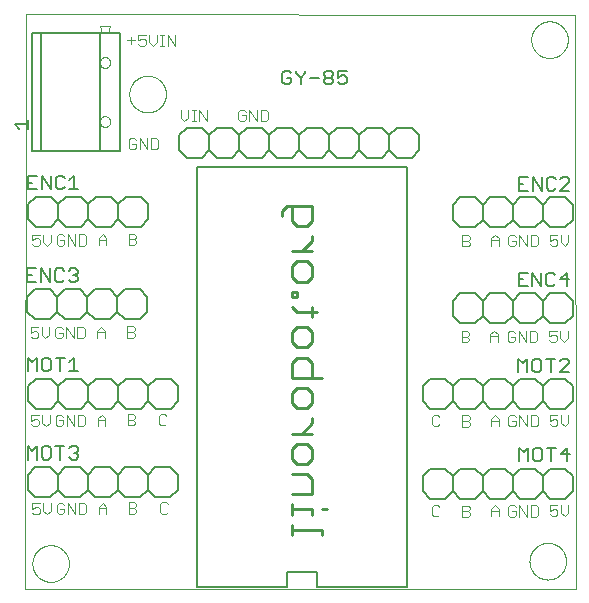
<source format=gto>
G75*
%MOIN*%
%OFA0B0*%
%FSLAX25Y25*%
%IPPOS*%
%LPD*%
%AMOC8*
5,1,8,0,0,1.08239X$1,22.5*
%
%ADD10C,0.00000*%
%ADD11C,0.00300*%
%ADD12C,0.00900*%
%ADD13C,0.00600*%
%ADD14C,0.00500*%
%ADD15C,0.00800*%
D10*
X0006767Y0002139D02*
X0006829Y0193509D01*
X0189917Y0193413D01*
X0190175Y0002107D01*
X0006767Y0002139D01*
X0009099Y0010474D02*
X0009101Y0010630D01*
X0009107Y0010786D01*
X0009117Y0010941D01*
X0009131Y0011096D01*
X0009149Y0011251D01*
X0009171Y0011405D01*
X0009196Y0011559D01*
X0009226Y0011712D01*
X0009260Y0011864D01*
X0009297Y0012016D01*
X0009338Y0012166D01*
X0009383Y0012315D01*
X0009432Y0012463D01*
X0009485Y0012610D01*
X0009541Y0012755D01*
X0009601Y0012899D01*
X0009665Y0013041D01*
X0009733Y0013182D01*
X0009804Y0013320D01*
X0009878Y0013457D01*
X0009956Y0013592D01*
X0010037Y0013725D01*
X0010122Y0013856D01*
X0010210Y0013985D01*
X0010301Y0014111D01*
X0010396Y0014235D01*
X0010493Y0014356D01*
X0010594Y0014475D01*
X0010698Y0014592D01*
X0010804Y0014705D01*
X0010914Y0014816D01*
X0011026Y0014924D01*
X0011141Y0015029D01*
X0011259Y0015132D01*
X0011379Y0015231D01*
X0011502Y0015327D01*
X0011627Y0015420D01*
X0011754Y0015509D01*
X0011884Y0015596D01*
X0012016Y0015679D01*
X0012150Y0015758D01*
X0012286Y0015835D01*
X0012424Y0015907D01*
X0012563Y0015977D01*
X0012705Y0016042D01*
X0012848Y0016104D01*
X0012992Y0016162D01*
X0013138Y0016217D01*
X0013286Y0016268D01*
X0013434Y0016315D01*
X0013584Y0016358D01*
X0013735Y0016397D01*
X0013887Y0016433D01*
X0014039Y0016464D01*
X0014193Y0016492D01*
X0014347Y0016516D01*
X0014501Y0016536D01*
X0014656Y0016552D01*
X0014812Y0016564D01*
X0014967Y0016572D01*
X0015123Y0016576D01*
X0015279Y0016576D01*
X0015435Y0016572D01*
X0015590Y0016564D01*
X0015746Y0016552D01*
X0015901Y0016536D01*
X0016055Y0016516D01*
X0016209Y0016492D01*
X0016363Y0016464D01*
X0016515Y0016433D01*
X0016667Y0016397D01*
X0016818Y0016358D01*
X0016968Y0016315D01*
X0017116Y0016268D01*
X0017264Y0016217D01*
X0017410Y0016162D01*
X0017554Y0016104D01*
X0017697Y0016042D01*
X0017839Y0015977D01*
X0017978Y0015907D01*
X0018116Y0015835D01*
X0018252Y0015758D01*
X0018386Y0015679D01*
X0018518Y0015596D01*
X0018648Y0015509D01*
X0018775Y0015420D01*
X0018900Y0015327D01*
X0019023Y0015231D01*
X0019143Y0015132D01*
X0019261Y0015029D01*
X0019376Y0014924D01*
X0019488Y0014816D01*
X0019598Y0014705D01*
X0019704Y0014592D01*
X0019808Y0014475D01*
X0019909Y0014356D01*
X0020006Y0014235D01*
X0020101Y0014111D01*
X0020192Y0013985D01*
X0020280Y0013856D01*
X0020365Y0013725D01*
X0020446Y0013592D01*
X0020524Y0013457D01*
X0020598Y0013320D01*
X0020669Y0013182D01*
X0020737Y0013041D01*
X0020801Y0012899D01*
X0020861Y0012755D01*
X0020917Y0012610D01*
X0020970Y0012463D01*
X0021019Y0012315D01*
X0021064Y0012166D01*
X0021105Y0012016D01*
X0021142Y0011864D01*
X0021176Y0011712D01*
X0021206Y0011559D01*
X0021231Y0011405D01*
X0021253Y0011251D01*
X0021271Y0011096D01*
X0021285Y0010941D01*
X0021295Y0010786D01*
X0021301Y0010630D01*
X0021303Y0010474D01*
X0021301Y0010318D01*
X0021295Y0010162D01*
X0021285Y0010007D01*
X0021271Y0009852D01*
X0021253Y0009697D01*
X0021231Y0009543D01*
X0021206Y0009389D01*
X0021176Y0009236D01*
X0021142Y0009084D01*
X0021105Y0008932D01*
X0021064Y0008782D01*
X0021019Y0008633D01*
X0020970Y0008485D01*
X0020917Y0008338D01*
X0020861Y0008193D01*
X0020801Y0008049D01*
X0020737Y0007907D01*
X0020669Y0007766D01*
X0020598Y0007628D01*
X0020524Y0007491D01*
X0020446Y0007356D01*
X0020365Y0007223D01*
X0020280Y0007092D01*
X0020192Y0006963D01*
X0020101Y0006837D01*
X0020006Y0006713D01*
X0019909Y0006592D01*
X0019808Y0006473D01*
X0019704Y0006356D01*
X0019598Y0006243D01*
X0019488Y0006132D01*
X0019376Y0006024D01*
X0019261Y0005919D01*
X0019143Y0005816D01*
X0019023Y0005717D01*
X0018900Y0005621D01*
X0018775Y0005528D01*
X0018648Y0005439D01*
X0018518Y0005352D01*
X0018386Y0005269D01*
X0018252Y0005190D01*
X0018116Y0005113D01*
X0017978Y0005041D01*
X0017839Y0004971D01*
X0017697Y0004906D01*
X0017554Y0004844D01*
X0017410Y0004786D01*
X0017264Y0004731D01*
X0017116Y0004680D01*
X0016968Y0004633D01*
X0016818Y0004590D01*
X0016667Y0004551D01*
X0016515Y0004515D01*
X0016363Y0004484D01*
X0016209Y0004456D01*
X0016055Y0004432D01*
X0015901Y0004412D01*
X0015746Y0004396D01*
X0015590Y0004384D01*
X0015435Y0004376D01*
X0015279Y0004372D01*
X0015123Y0004372D01*
X0014967Y0004376D01*
X0014812Y0004384D01*
X0014656Y0004396D01*
X0014501Y0004412D01*
X0014347Y0004432D01*
X0014193Y0004456D01*
X0014039Y0004484D01*
X0013887Y0004515D01*
X0013735Y0004551D01*
X0013584Y0004590D01*
X0013434Y0004633D01*
X0013286Y0004680D01*
X0013138Y0004731D01*
X0012992Y0004786D01*
X0012848Y0004844D01*
X0012705Y0004906D01*
X0012563Y0004971D01*
X0012424Y0005041D01*
X0012286Y0005113D01*
X0012150Y0005190D01*
X0012016Y0005269D01*
X0011884Y0005352D01*
X0011754Y0005439D01*
X0011627Y0005528D01*
X0011502Y0005621D01*
X0011379Y0005717D01*
X0011259Y0005816D01*
X0011141Y0005919D01*
X0011026Y0006024D01*
X0010914Y0006132D01*
X0010804Y0006243D01*
X0010698Y0006356D01*
X0010594Y0006473D01*
X0010493Y0006592D01*
X0010396Y0006713D01*
X0010301Y0006837D01*
X0010210Y0006963D01*
X0010122Y0007092D01*
X0010037Y0007223D01*
X0009956Y0007356D01*
X0009878Y0007491D01*
X0009804Y0007628D01*
X0009733Y0007766D01*
X0009665Y0007907D01*
X0009601Y0008049D01*
X0009541Y0008193D01*
X0009485Y0008338D01*
X0009432Y0008485D01*
X0009383Y0008633D01*
X0009338Y0008782D01*
X0009297Y0008932D01*
X0009260Y0009084D01*
X0009226Y0009236D01*
X0009196Y0009389D01*
X0009171Y0009543D01*
X0009149Y0009697D01*
X0009131Y0009852D01*
X0009117Y0010007D01*
X0009107Y0010162D01*
X0009101Y0010318D01*
X0009099Y0010474D01*
X0041414Y0166952D02*
X0041416Y0167108D01*
X0041422Y0167264D01*
X0041432Y0167419D01*
X0041446Y0167574D01*
X0041464Y0167729D01*
X0041486Y0167883D01*
X0041511Y0168037D01*
X0041541Y0168190D01*
X0041575Y0168342D01*
X0041612Y0168494D01*
X0041653Y0168644D01*
X0041698Y0168793D01*
X0041747Y0168941D01*
X0041800Y0169088D01*
X0041856Y0169233D01*
X0041916Y0169377D01*
X0041980Y0169519D01*
X0042048Y0169660D01*
X0042119Y0169798D01*
X0042193Y0169935D01*
X0042271Y0170070D01*
X0042352Y0170203D01*
X0042437Y0170334D01*
X0042525Y0170463D01*
X0042616Y0170589D01*
X0042711Y0170713D01*
X0042808Y0170834D01*
X0042909Y0170953D01*
X0043013Y0171070D01*
X0043119Y0171183D01*
X0043229Y0171294D01*
X0043341Y0171402D01*
X0043456Y0171507D01*
X0043574Y0171610D01*
X0043694Y0171709D01*
X0043817Y0171805D01*
X0043942Y0171898D01*
X0044069Y0171987D01*
X0044199Y0172074D01*
X0044331Y0172157D01*
X0044465Y0172236D01*
X0044601Y0172313D01*
X0044739Y0172385D01*
X0044878Y0172455D01*
X0045020Y0172520D01*
X0045163Y0172582D01*
X0045307Y0172640D01*
X0045453Y0172695D01*
X0045601Y0172746D01*
X0045749Y0172793D01*
X0045899Y0172836D01*
X0046050Y0172875D01*
X0046202Y0172911D01*
X0046354Y0172942D01*
X0046508Y0172970D01*
X0046662Y0172994D01*
X0046816Y0173014D01*
X0046971Y0173030D01*
X0047127Y0173042D01*
X0047282Y0173050D01*
X0047438Y0173054D01*
X0047594Y0173054D01*
X0047750Y0173050D01*
X0047905Y0173042D01*
X0048061Y0173030D01*
X0048216Y0173014D01*
X0048370Y0172994D01*
X0048524Y0172970D01*
X0048678Y0172942D01*
X0048830Y0172911D01*
X0048982Y0172875D01*
X0049133Y0172836D01*
X0049283Y0172793D01*
X0049431Y0172746D01*
X0049579Y0172695D01*
X0049725Y0172640D01*
X0049869Y0172582D01*
X0050012Y0172520D01*
X0050154Y0172455D01*
X0050293Y0172385D01*
X0050431Y0172313D01*
X0050567Y0172236D01*
X0050701Y0172157D01*
X0050833Y0172074D01*
X0050963Y0171987D01*
X0051090Y0171898D01*
X0051215Y0171805D01*
X0051338Y0171709D01*
X0051458Y0171610D01*
X0051576Y0171507D01*
X0051691Y0171402D01*
X0051803Y0171294D01*
X0051913Y0171183D01*
X0052019Y0171070D01*
X0052123Y0170953D01*
X0052224Y0170834D01*
X0052321Y0170713D01*
X0052416Y0170589D01*
X0052507Y0170463D01*
X0052595Y0170334D01*
X0052680Y0170203D01*
X0052761Y0170070D01*
X0052839Y0169935D01*
X0052913Y0169798D01*
X0052984Y0169660D01*
X0053052Y0169519D01*
X0053116Y0169377D01*
X0053176Y0169233D01*
X0053232Y0169088D01*
X0053285Y0168941D01*
X0053334Y0168793D01*
X0053379Y0168644D01*
X0053420Y0168494D01*
X0053457Y0168342D01*
X0053491Y0168190D01*
X0053521Y0168037D01*
X0053546Y0167883D01*
X0053568Y0167729D01*
X0053586Y0167574D01*
X0053600Y0167419D01*
X0053610Y0167264D01*
X0053616Y0167108D01*
X0053618Y0166952D01*
X0053616Y0166796D01*
X0053610Y0166640D01*
X0053600Y0166485D01*
X0053586Y0166330D01*
X0053568Y0166175D01*
X0053546Y0166021D01*
X0053521Y0165867D01*
X0053491Y0165714D01*
X0053457Y0165562D01*
X0053420Y0165410D01*
X0053379Y0165260D01*
X0053334Y0165111D01*
X0053285Y0164963D01*
X0053232Y0164816D01*
X0053176Y0164671D01*
X0053116Y0164527D01*
X0053052Y0164385D01*
X0052984Y0164244D01*
X0052913Y0164106D01*
X0052839Y0163969D01*
X0052761Y0163834D01*
X0052680Y0163701D01*
X0052595Y0163570D01*
X0052507Y0163441D01*
X0052416Y0163315D01*
X0052321Y0163191D01*
X0052224Y0163070D01*
X0052123Y0162951D01*
X0052019Y0162834D01*
X0051913Y0162721D01*
X0051803Y0162610D01*
X0051691Y0162502D01*
X0051576Y0162397D01*
X0051458Y0162294D01*
X0051338Y0162195D01*
X0051215Y0162099D01*
X0051090Y0162006D01*
X0050963Y0161917D01*
X0050833Y0161830D01*
X0050701Y0161747D01*
X0050567Y0161668D01*
X0050431Y0161591D01*
X0050293Y0161519D01*
X0050154Y0161449D01*
X0050012Y0161384D01*
X0049869Y0161322D01*
X0049725Y0161264D01*
X0049579Y0161209D01*
X0049431Y0161158D01*
X0049283Y0161111D01*
X0049133Y0161068D01*
X0048982Y0161029D01*
X0048830Y0160993D01*
X0048678Y0160962D01*
X0048524Y0160934D01*
X0048370Y0160910D01*
X0048216Y0160890D01*
X0048061Y0160874D01*
X0047905Y0160862D01*
X0047750Y0160854D01*
X0047594Y0160850D01*
X0047438Y0160850D01*
X0047282Y0160854D01*
X0047127Y0160862D01*
X0046971Y0160874D01*
X0046816Y0160890D01*
X0046662Y0160910D01*
X0046508Y0160934D01*
X0046354Y0160962D01*
X0046202Y0160993D01*
X0046050Y0161029D01*
X0045899Y0161068D01*
X0045749Y0161111D01*
X0045601Y0161158D01*
X0045453Y0161209D01*
X0045307Y0161264D01*
X0045163Y0161322D01*
X0045020Y0161384D01*
X0044878Y0161449D01*
X0044739Y0161519D01*
X0044601Y0161591D01*
X0044465Y0161668D01*
X0044331Y0161747D01*
X0044199Y0161830D01*
X0044069Y0161917D01*
X0043942Y0162006D01*
X0043817Y0162099D01*
X0043694Y0162195D01*
X0043574Y0162294D01*
X0043456Y0162397D01*
X0043341Y0162502D01*
X0043229Y0162610D01*
X0043119Y0162721D01*
X0043013Y0162834D01*
X0042909Y0162951D01*
X0042808Y0163070D01*
X0042711Y0163191D01*
X0042616Y0163315D01*
X0042525Y0163441D01*
X0042437Y0163570D01*
X0042352Y0163701D01*
X0042271Y0163834D01*
X0042193Y0163969D01*
X0042119Y0164106D01*
X0042048Y0164244D01*
X0041980Y0164385D01*
X0041916Y0164527D01*
X0041856Y0164671D01*
X0041800Y0164816D01*
X0041747Y0164963D01*
X0041698Y0165111D01*
X0041653Y0165260D01*
X0041612Y0165410D01*
X0041575Y0165562D01*
X0041541Y0165714D01*
X0041511Y0165867D01*
X0041486Y0166021D01*
X0041464Y0166175D01*
X0041446Y0166330D01*
X0041432Y0166485D01*
X0041422Y0166640D01*
X0041416Y0166796D01*
X0041414Y0166952D01*
X0175386Y0185093D02*
X0175388Y0185249D01*
X0175394Y0185405D01*
X0175404Y0185560D01*
X0175418Y0185715D01*
X0175436Y0185870D01*
X0175458Y0186024D01*
X0175483Y0186178D01*
X0175513Y0186331D01*
X0175547Y0186483D01*
X0175584Y0186635D01*
X0175625Y0186785D01*
X0175670Y0186934D01*
X0175719Y0187082D01*
X0175772Y0187229D01*
X0175828Y0187374D01*
X0175888Y0187518D01*
X0175952Y0187660D01*
X0176020Y0187801D01*
X0176091Y0187939D01*
X0176165Y0188076D01*
X0176243Y0188211D01*
X0176324Y0188344D01*
X0176409Y0188475D01*
X0176497Y0188604D01*
X0176588Y0188730D01*
X0176683Y0188854D01*
X0176780Y0188975D01*
X0176881Y0189094D01*
X0176985Y0189211D01*
X0177091Y0189324D01*
X0177201Y0189435D01*
X0177313Y0189543D01*
X0177428Y0189648D01*
X0177546Y0189751D01*
X0177666Y0189850D01*
X0177789Y0189946D01*
X0177914Y0190039D01*
X0178041Y0190128D01*
X0178171Y0190215D01*
X0178303Y0190298D01*
X0178437Y0190377D01*
X0178573Y0190454D01*
X0178711Y0190526D01*
X0178850Y0190596D01*
X0178992Y0190661D01*
X0179135Y0190723D01*
X0179279Y0190781D01*
X0179425Y0190836D01*
X0179573Y0190887D01*
X0179721Y0190934D01*
X0179871Y0190977D01*
X0180022Y0191016D01*
X0180174Y0191052D01*
X0180326Y0191083D01*
X0180480Y0191111D01*
X0180634Y0191135D01*
X0180788Y0191155D01*
X0180943Y0191171D01*
X0181099Y0191183D01*
X0181254Y0191191D01*
X0181410Y0191195D01*
X0181566Y0191195D01*
X0181722Y0191191D01*
X0181877Y0191183D01*
X0182033Y0191171D01*
X0182188Y0191155D01*
X0182342Y0191135D01*
X0182496Y0191111D01*
X0182650Y0191083D01*
X0182802Y0191052D01*
X0182954Y0191016D01*
X0183105Y0190977D01*
X0183255Y0190934D01*
X0183403Y0190887D01*
X0183551Y0190836D01*
X0183697Y0190781D01*
X0183841Y0190723D01*
X0183984Y0190661D01*
X0184126Y0190596D01*
X0184265Y0190526D01*
X0184403Y0190454D01*
X0184539Y0190377D01*
X0184673Y0190298D01*
X0184805Y0190215D01*
X0184935Y0190128D01*
X0185062Y0190039D01*
X0185187Y0189946D01*
X0185310Y0189850D01*
X0185430Y0189751D01*
X0185548Y0189648D01*
X0185663Y0189543D01*
X0185775Y0189435D01*
X0185885Y0189324D01*
X0185991Y0189211D01*
X0186095Y0189094D01*
X0186196Y0188975D01*
X0186293Y0188854D01*
X0186388Y0188730D01*
X0186479Y0188604D01*
X0186567Y0188475D01*
X0186652Y0188344D01*
X0186733Y0188211D01*
X0186811Y0188076D01*
X0186885Y0187939D01*
X0186956Y0187801D01*
X0187024Y0187660D01*
X0187088Y0187518D01*
X0187148Y0187374D01*
X0187204Y0187229D01*
X0187257Y0187082D01*
X0187306Y0186934D01*
X0187351Y0186785D01*
X0187392Y0186635D01*
X0187429Y0186483D01*
X0187463Y0186331D01*
X0187493Y0186178D01*
X0187518Y0186024D01*
X0187540Y0185870D01*
X0187558Y0185715D01*
X0187572Y0185560D01*
X0187582Y0185405D01*
X0187588Y0185249D01*
X0187590Y0185093D01*
X0187588Y0184937D01*
X0187582Y0184781D01*
X0187572Y0184626D01*
X0187558Y0184471D01*
X0187540Y0184316D01*
X0187518Y0184162D01*
X0187493Y0184008D01*
X0187463Y0183855D01*
X0187429Y0183703D01*
X0187392Y0183551D01*
X0187351Y0183401D01*
X0187306Y0183252D01*
X0187257Y0183104D01*
X0187204Y0182957D01*
X0187148Y0182812D01*
X0187088Y0182668D01*
X0187024Y0182526D01*
X0186956Y0182385D01*
X0186885Y0182247D01*
X0186811Y0182110D01*
X0186733Y0181975D01*
X0186652Y0181842D01*
X0186567Y0181711D01*
X0186479Y0181582D01*
X0186388Y0181456D01*
X0186293Y0181332D01*
X0186196Y0181211D01*
X0186095Y0181092D01*
X0185991Y0180975D01*
X0185885Y0180862D01*
X0185775Y0180751D01*
X0185663Y0180643D01*
X0185548Y0180538D01*
X0185430Y0180435D01*
X0185310Y0180336D01*
X0185187Y0180240D01*
X0185062Y0180147D01*
X0184935Y0180058D01*
X0184805Y0179971D01*
X0184673Y0179888D01*
X0184539Y0179809D01*
X0184403Y0179732D01*
X0184265Y0179660D01*
X0184126Y0179590D01*
X0183984Y0179525D01*
X0183841Y0179463D01*
X0183697Y0179405D01*
X0183551Y0179350D01*
X0183403Y0179299D01*
X0183255Y0179252D01*
X0183105Y0179209D01*
X0182954Y0179170D01*
X0182802Y0179134D01*
X0182650Y0179103D01*
X0182496Y0179075D01*
X0182342Y0179051D01*
X0182188Y0179031D01*
X0182033Y0179015D01*
X0181877Y0179003D01*
X0181722Y0178995D01*
X0181566Y0178991D01*
X0181410Y0178991D01*
X0181254Y0178995D01*
X0181099Y0179003D01*
X0180943Y0179015D01*
X0180788Y0179031D01*
X0180634Y0179051D01*
X0180480Y0179075D01*
X0180326Y0179103D01*
X0180174Y0179134D01*
X0180022Y0179170D01*
X0179871Y0179209D01*
X0179721Y0179252D01*
X0179573Y0179299D01*
X0179425Y0179350D01*
X0179279Y0179405D01*
X0179135Y0179463D01*
X0178992Y0179525D01*
X0178850Y0179590D01*
X0178711Y0179660D01*
X0178573Y0179732D01*
X0178437Y0179809D01*
X0178303Y0179888D01*
X0178171Y0179971D01*
X0178041Y0180058D01*
X0177914Y0180147D01*
X0177789Y0180240D01*
X0177666Y0180336D01*
X0177546Y0180435D01*
X0177428Y0180538D01*
X0177313Y0180643D01*
X0177201Y0180751D01*
X0177091Y0180862D01*
X0176985Y0180975D01*
X0176881Y0181092D01*
X0176780Y0181211D01*
X0176683Y0181332D01*
X0176588Y0181456D01*
X0176497Y0181582D01*
X0176409Y0181711D01*
X0176324Y0181842D01*
X0176243Y0181975D01*
X0176165Y0182110D01*
X0176091Y0182247D01*
X0176020Y0182385D01*
X0175952Y0182526D01*
X0175888Y0182668D01*
X0175828Y0182812D01*
X0175772Y0182957D01*
X0175719Y0183104D01*
X0175670Y0183252D01*
X0175625Y0183401D01*
X0175584Y0183551D01*
X0175547Y0183703D01*
X0175513Y0183855D01*
X0175483Y0184008D01*
X0175458Y0184162D01*
X0175436Y0184316D01*
X0175418Y0184471D01*
X0175404Y0184626D01*
X0175394Y0184781D01*
X0175388Y0184937D01*
X0175386Y0185093D01*
X0174808Y0011246D02*
X0174810Y0011402D01*
X0174816Y0011558D01*
X0174826Y0011713D01*
X0174840Y0011868D01*
X0174858Y0012023D01*
X0174880Y0012177D01*
X0174905Y0012331D01*
X0174935Y0012484D01*
X0174969Y0012636D01*
X0175006Y0012788D01*
X0175047Y0012938D01*
X0175092Y0013087D01*
X0175141Y0013235D01*
X0175194Y0013382D01*
X0175250Y0013527D01*
X0175310Y0013671D01*
X0175374Y0013813D01*
X0175442Y0013954D01*
X0175513Y0014092D01*
X0175587Y0014229D01*
X0175665Y0014364D01*
X0175746Y0014497D01*
X0175831Y0014628D01*
X0175919Y0014757D01*
X0176010Y0014883D01*
X0176105Y0015007D01*
X0176202Y0015128D01*
X0176303Y0015247D01*
X0176407Y0015364D01*
X0176513Y0015477D01*
X0176623Y0015588D01*
X0176735Y0015696D01*
X0176850Y0015801D01*
X0176968Y0015904D01*
X0177088Y0016003D01*
X0177211Y0016099D01*
X0177336Y0016192D01*
X0177463Y0016281D01*
X0177593Y0016368D01*
X0177725Y0016451D01*
X0177859Y0016530D01*
X0177995Y0016607D01*
X0178133Y0016679D01*
X0178272Y0016749D01*
X0178414Y0016814D01*
X0178557Y0016876D01*
X0178701Y0016934D01*
X0178847Y0016989D01*
X0178995Y0017040D01*
X0179143Y0017087D01*
X0179293Y0017130D01*
X0179444Y0017169D01*
X0179596Y0017205D01*
X0179748Y0017236D01*
X0179902Y0017264D01*
X0180056Y0017288D01*
X0180210Y0017308D01*
X0180365Y0017324D01*
X0180521Y0017336D01*
X0180676Y0017344D01*
X0180832Y0017348D01*
X0180988Y0017348D01*
X0181144Y0017344D01*
X0181299Y0017336D01*
X0181455Y0017324D01*
X0181610Y0017308D01*
X0181764Y0017288D01*
X0181918Y0017264D01*
X0182072Y0017236D01*
X0182224Y0017205D01*
X0182376Y0017169D01*
X0182527Y0017130D01*
X0182677Y0017087D01*
X0182825Y0017040D01*
X0182973Y0016989D01*
X0183119Y0016934D01*
X0183263Y0016876D01*
X0183406Y0016814D01*
X0183548Y0016749D01*
X0183687Y0016679D01*
X0183825Y0016607D01*
X0183961Y0016530D01*
X0184095Y0016451D01*
X0184227Y0016368D01*
X0184357Y0016281D01*
X0184484Y0016192D01*
X0184609Y0016099D01*
X0184732Y0016003D01*
X0184852Y0015904D01*
X0184970Y0015801D01*
X0185085Y0015696D01*
X0185197Y0015588D01*
X0185307Y0015477D01*
X0185413Y0015364D01*
X0185517Y0015247D01*
X0185618Y0015128D01*
X0185715Y0015007D01*
X0185810Y0014883D01*
X0185901Y0014757D01*
X0185989Y0014628D01*
X0186074Y0014497D01*
X0186155Y0014364D01*
X0186233Y0014229D01*
X0186307Y0014092D01*
X0186378Y0013954D01*
X0186446Y0013813D01*
X0186510Y0013671D01*
X0186570Y0013527D01*
X0186626Y0013382D01*
X0186679Y0013235D01*
X0186728Y0013087D01*
X0186773Y0012938D01*
X0186814Y0012788D01*
X0186851Y0012636D01*
X0186885Y0012484D01*
X0186915Y0012331D01*
X0186940Y0012177D01*
X0186962Y0012023D01*
X0186980Y0011868D01*
X0186994Y0011713D01*
X0187004Y0011558D01*
X0187010Y0011402D01*
X0187012Y0011246D01*
X0187010Y0011090D01*
X0187004Y0010934D01*
X0186994Y0010779D01*
X0186980Y0010624D01*
X0186962Y0010469D01*
X0186940Y0010315D01*
X0186915Y0010161D01*
X0186885Y0010008D01*
X0186851Y0009856D01*
X0186814Y0009704D01*
X0186773Y0009554D01*
X0186728Y0009405D01*
X0186679Y0009257D01*
X0186626Y0009110D01*
X0186570Y0008965D01*
X0186510Y0008821D01*
X0186446Y0008679D01*
X0186378Y0008538D01*
X0186307Y0008400D01*
X0186233Y0008263D01*
X0186155Y0008128D01*
X0186074Y0007995D01*
X0185989Y0007864D01*
X0185901Y0007735D01*
X0185810Y0007609D01*
X0185715Y0007485D01*
X0185618Y0007364D01*
X0185517Y0007245D01*
X0185413Y0007128D01*
X0185307Y0007015D01*
X0185197Y0006904D01*
X0185085Y0006796D01*
X0184970Y0006691D01*
X0184852Y0006588D01*
X0184732Y0006489D01*
X0184609Y0006393D01*
X0184484Y0006300D01*
X0184357Y0006211D01*
X0184227Y0006124D01*
X0184095Y0006041D01*
X0183961Y0005962D01*
X0183825Y0005885D01*
X0183687Y0005813D01*
X0183548Y0005743D01*
X0183406Y0005678D01*
X0183263Y0005616D01*
X0183119Y0005558D01*
X0182973Y0005503D01*
X0182825Y0005452D01*
X0182677Y0005405D01*
X0182527Y0005362D01*
X0182376Y0005323D01*
X0182224Y0005287D01*
X0182072Y0005256D01*
X0181918Y0005228D01*
X0181764Y0005204D01*
X0181610Y0005184D01*
X0181455Y0005168D01*
X0181299Y0005156D01*
X0181144Y0005148D01*
X0180988Y0005144D01*
X0180832Y0005144D01*
X0180676Y0005148D01*
X0180521Y0005156D01*
X0180365Y0005168D01*
X0180210Y0005184D01*
X0180056Y0005204D01*
X0179902Y0005228D01*
X0179748Y0005256D01*
X0179596Y0005287D01*
X0179444Y0005323D01*
X0179293Y0005362D01*
X0179143Y0005405D01*
X0178995Y0005452D01*
X0178847Y0005503D01*
X0178701Y0005558D01*
X0178557Y0005616D01*
X0178414Y0005678D01*
X0178272Y0005743D01*
X0178133Y0005813D01*
X0177995Y0005885D01*
X0177859Y0005962D01*
X0177725Y0006041D01*
X0177593Y0006124D01*
X0177463Y0006211D01*
X0177336Y0006300D01*
X0177211Y0006393D01*
X0177088Y0006489D01*
X0176968Y0006588D01*
X0176850Y0006691D01*
X0176735Y0006796D01*
X0176623Y0006904D01*
X0176513Y0007015D01*
X0176407Y0007128D01*
X0176303Y0007245D01*
X0176202Y0007364D01*
X0176105Y0007485D01*
X0176010Y0007609D01*
X0175919Y0007735D01*
X0175831Y0007864D01*
X0175746Y0007995D01*
X0175665Y0008128D01*
X0175587Y0008263D01*
X0175513Y0008400D01*
X0175442Y0008538D01*
X0175374Y0008679D01*
X0175310Y0008821D01*
X0175250Y0008965D01*
X0175194Y0009110D01*
X0175141Y0009257D01*
X0175092Y0009405D01*
X0175047Y0009554D01*
X0175006Y0009704D01*
X0174969Y0009856D01*
X0174935Y0010008D01*
X0174905Y0010161D01*
X0174880Y0010315D01*
X0174858Y0010469D01*
X0174840Y0010624D01*
X0174826Y0010779D01*
X0174816Y0010934D01*
X0174810Y0011090D01*
X0174808Y0011246D01*
D11*
X0175154Y0026150D02*
X0177006Y0026150D01*
X0177623Y0026767D01*
X0177623Y0029236D01*
X0177006Y0029853D01*
X0175154Y0029853D01*
X0175154Y0026150D01*
X0173940Y0026150D02*
X0173940Y0029853D01*
X0171471Y0029853D02*
X0173940Y0026150D01*
X0171471Y0026150D02*
X0171471Y0029853D01*
X0170257Y0029236D02*
X0169640Y0029853D01*
X0168405Y0029853D01*
X0167788Y0029236D01*
X0167788Y0026767D01*
X0168405Y0026150D01*
X0169640Y0026150D01*
X0170257Y0026767D01*
X0170257Y0028001D01*
X0169022Y0028001D01*
X0164495Y0028120D02*
X0162026Y0028120D01*
X0162026Y0028737D02*
X0163260Y0029971D01*
X0164495Y0028737D01*
X0164495Y0026268D01*
X0162026Y0026268D02*
X0162026Y0028737D01*
X0154932Y0028582D02*
X0154315Y0027964D01*
X0152463Y0027964D01*
X0152463Y0026113D02*
X0154315Y0026113D01*
X0154932Y0026730D01*
X0154932Y0027347D01*
X0154315Y0027964D01*
X0154932Y0028582D02*
X0154932Y0029199D01*
X0154315Y0029816D01*
X0152463Y0029816D01*
X0152463Y0026113D01*
X0144765Y0026806D02*
X0144148Y0026189D01*
X0142914Y0026189D01*
X0142297Y0026806D01*
X0142297Y0029275D01*
X0142914Y0029892D01*
X0144148Y0029892D01*
X0144765Y0029275D01*
X0144148Y0056217D02*
X0144765Y0056834D01*
X0144148Y0056217D02*
X0142914Y0056217D01*
X0142297Y0056834D01*
X0142297Y0059303D01*
X0142914Y0059920D01*
X0144148Y0059920D01*
X0144765Y0059303D01*
X0152463Y0059844D02*
X0152463Y0056140D01*
X0154315Y0056140D01*
X0154932Y0056758D01*
X0154932Y0057375D01*
X0154315Y0057992D01*
X0152463Y0057992D01*
X0152463Y0059844D02*
X0154315Y0059844D01*
X0154932Y0059226D01*
X0154932Y0058609D01*
X0154315Y0057992D01*
X0162026Y0058147D02*
X0164495Y0058147D01*
X0164495Y0058765D02*
X0163260Y0059999D01*
X0162026Y0058765D01*
X0162026Y0056296D01*
X0164495Y0056296D02*
X0164495Y0058765D01*
X0167788Y0059263D02*
X0167788Y0056795D01*
X0168405Y0056177D01*
X0169640Y0056177D01*
X0170257Y0056795D01*
X0170257Y0058029D01*
X0169022Y0058029D01*
X0167788Y0059263D02*
X0168405Y0059880D01*
X0169640Y0059880D01*
X0170257Y0059263D01*
X0171471Y0059880D02*
X0173940Y0056177D01*
X0173940Y0059880D01*
X0175154Y0059880D02*
X0177006Y0059880D01*
X0177623Y0059263D01*
X0177623Y0056795D01*
X0177006Y0056177D01*
X0175154Y0056177D01*
X0175154Y0059880D01*
X0171471Y0059880D02*
X0171471Y0056177D01*
X0181640Y0056859D02*
X0182257Y0056242D01*
X0183491Y0056242D01*
X0184108Y0056859D01*
X0184108Y0058093D01*
X0183491Y0058710D01*
X0182874Y0058710D01*
X0181640Y0058093D01*
X0181640Y0059945D01*
X0184108Y0059945D01*
X0185323Y0059945D02*
X0185323Y0057476D01*
X0186557Y0056242D01*
X0187792Y0057476D01*
X0187792Y0059945D01*
X0186279Y0084323D02*
X0187514Y0085557D01*
X0187514Y0088026D01*
X0185045Y0088026D02*
X0185045Y0085557D01*
X0186279Y0084323D01*
X0183831Y0084940D02*
X0183831Y0086175D01*
X0183213Y0086792D01*
X0182596Y0086792D01*
X0181362Y0086175D01*
X0181362Y0088026D01*
X0183831Y0088026D01*
X0183831Y0084940D02*
X0183213Y0084323D01*
X0181979Y0084323D01*
X0181362Y0084940D01*
X0177345Y0084876D02*
X0177345Y0087345D01*
X0176728Y0087962D01*
X0174876Y0087962D01*
X0174876Y0084259D01*
X0176728Y0084259D01*
X0177345Y0084876D01*
X0173662Y0084259D02*
X0173662Y0087962D01*
X0171193Y0087962D02*
X0171193Y0084259D01*
X0169979Y0084876D02*
X0169979Y0086110D01*
X0168745Y0086110D01*
X0169979Y0084876D02*
X0169362Y0084259D01*
X0168127Y0084259D01*
X0167510Y0084876D01*
X0167510Y0087345D01*
X0168127Y0087962D01*
X0169362Y0087962D01*
X0169979Y0087345D01*
X0171193Y0087962D02*
X0173662Y0084259D01*
X0164217Y0084377D02*
X0164217Y0086846D01*
X0162982Y0088080D01*
X0161748Y0086846D01*
X0161748Y0084377D01*
X0161748Y0086229D02*
X0164217Y0086229D01*
X0154654Y0086691D02*
X0154037Y0086073D01*
X0152186Y0086073D01*
X0154037Y0086073D02*
X0154654Y0085456D01*
X0154654Y0084839D01*
X0154037Y0084222D01*
X0152186Y0084222D01*
X0152186Y0087925D01*
X0154037Y0087925D01*
X0154654Y0087308D01*
X0154654Y0086691D01*
X0154315Y0116196D02*
X0152463Y0116196D01*
X0152463Y0119899D01*
X0154315Y0119899D01*
X0154932Y0119282D01*
X0154932Y0118664D01*
X0154315Y0118047D01*
X0152463Y0118047D01*
X0154315Y0118047D02*
X0154932Y0117430D01*
X0154932Y0116813D01*
X0154315Y0116196D01*
X0162026Y0116351D02*
X0162026Y0118820D01*
X0163260Y0120054D01*
X0164495Y0118820D01*
X0164495Y0116351D01*
X0164495Y0118203D02*
X0162026Y0118203D01*
X0167788Y0119318D02*
X0167788Y0116850D01*
X0168405Y0116233D01*
X0169640Y0116233D01*
X0170257Y0116850D01*
X0170257Y0118084D01*
X0169022Y0118084D01*
X0167788Y0119318D02*
X0168405Y0119936D01*
X0169640Y0119936D01*
X0170257Y0119318D01*
X0171471Y0119936D02*
X0173940Y0116233D01*
X0173940Y0119936D01*
X0175154Y0119936D02*
X0177006Y0119936D01*
X0177623Y0119318D01*
X0177623Y0116850D01*
X0177006Y0116233D01*
X0175154Y0116233D01*
X0175154Y0119936D01*
X0171471Y0119936D02*
X0171471Y0116233D01*
X0181640Y0116914D02*
X0182257Y0116297D01*
X0183491Y0116297D01*
X0184108Y0116914D01*
X0184108Y0118148D01*
X0183491Y0118766D01*
X0182874Y0118766D01*
X0181640Y0118148D01*
X0181640Y0120000D01*
X0184108Y0120000D01*
X0185323Y0120000D02*
X0185323Y0117531D01*
X0186557Y0116297D01*
X0187792Y0117531D01*
X0187792Y0120000D01*
X0187792Y0029917D02*
X0187792Y0027448D01*
X0186557Y0026214D01*
X0185323Y0027448D01*
X0185323Y0029917D01*
X0184108Y0029917D02*
X0181640Y0029917D01*
X0181640Y0028066D01*
X0182874Y0028683D01*
X0183491Y0028683D01*
X0184108Y0028066D01*
X0184108Y0026831D01*
X0183491Y0026214D01*
X0182257Y0026214D01*
X0181640Y0026831D01*
X0054162Y0027745D02*
X0053545Y0027128D01*
X0052310Y0027128D01*
X0051693Y0027745D01*
X0051693Y0030214D01*
X0052310Y0030831D01*
X0053545Y0030831D01*
X0054162Y0030214D01*
X0043745Y0030214D02*
X0043745Y0029597D01*
X0043128Y0028980D01*
X0041277Y0028980D01*
X0043128Y0028980D02*
X0043745Y0028363D01*
X0043745Y0027745D01*
X0043128Y0027128D01*
X0041277Y0027128D01*
X0041277Y0030831D01*
X0043128Y0030831D01*
X0043745Y0030214D01*
X0033782Y0029446D02*
X0033782Y0026977D01*
X0033782Y0028829D02*
X0031313Y0028829D01*
X0031313Y0029446D02*
X0031313Y0026977D01*
X0031313Y0029446D02*
X0032548Y0030680D01*
X0033782Y0029446D01*
X0027078Y0030033D02*
X0027078Y0027564D01*
X0026461Y0026947D01*
X0024609Y0026947D01*
X0024609Y0030650D01*
X0026461Y0030650D01*
X0027078Y0030033D01*
X0023395Y0030650D02*
X0023395Y0026947D01*
X0020926Y0030650D01*
X0020926Y0026947D01*
X0019712Y0027564D02*
X0019712Y0028798D01*
X0018477Y0028798D01*
X0017243Y0030033D02*
X0017243Y0027564D01*
X0017860Y0026947D01*
X0019095Y0026947D01*
X0019712Y0027564D01*
X0019712Y0030033D02*
X0019095Y0030650D01*
X0017860Y0030650D01*
X0017243Y0030033D01*
X0015265Y0030570D02*
X0015265Y0028101D01*
X0014031Y0026867D01*
X0012797Y0028101D01*
X0012797Y0030570D01*
X0011582Y0030570D02*
X0009113Y0030570D01*
X0009113Y0028719D01*
X0010348Y0029336D01*
X0010965Y0029336D01*
X0011582Y0028719D01*
X0011582Y0027484D01*
X0010965Y0026867D01*
X0009731Y0026867D01*
X0009113Y0027484D01*
X0009339Y0056243D02*
X0008722Y0056860D01*
X0009339Y0056243D02*
X0010573Y0056243D01*
X0011190Y0056860D01*
X0011190Y0058094D01*
X0010573Y0058711D01*
X0009956Y0058711D01*
X0008722Y0058094D01*
X0008722Y0059946D01*
X0011190Y0059946D01*
X0012405Y0059946D02*
X0012405Y0057477D01*
X0013639Y0056243D01*
X0014873Y0057477D01*
X0014873Y0059946D01*
X0016851Y0059409D02*
X0016851Y0056940D01*
X0017468Y0056323D01*
X0018703Y0056323D01*
X0019320Y0056940D01*
X0019320Y0058174D01*
X0018085Y0058174D01*
X0016851Y0059409D02*
X0017468Y0060026D01*
X0018703Y0060026D01*
X0019320Y0059409D01*
X0020534Y0060026D02*
X0023003Y0056323D01*
X0023003Y0060026D01*
X0024217Y0060026D02*
X0026069Y0060026D01*
X0026686Y0059409D01*
X0026686Y0056940D01*
X0026069Y0056323D01*
X0024217Y0056323D01*
X0024217Y0060026D01*
X0020534Y0060026D02*
X0020534Y0056323D01*
X0030921Y0056353D02*
X0030921Y0058822D01*
X0032156Y0060056D01*
X0033390Y0058822D01*
X0033390Y0056353D01*
X0033390Y0058205D02*
X0030921Y0058205D01*
X0040885Y0058356D02*
X0042736Y0058356D01*
X0043353Y0057738D01*
X0043353Y0057121D01*
X0042736Y0056504D01*
X0040885Y0056504D01*
X0040885Y0060207D01*
X0042736Y0060207D01*
X0043353Y0059590D01*
X0043353Y0058973D01*
X0042736Y0058356D01*
X0051301Y0059590D02*
X0051301Y0057121D01*
X0051918Y0056504D01*
X0053153Y0056504D01*
X0053770Y0057121D01*
X0053770Y0059590D02*
X0053153Y0060207D01*
X0051918Y0060207D01*
X0051301Y0059590D01*
X0042573Y0085793D02*
X0040721Y0085793D01*
X0040721Y0089496D01*
X0042573Y0089496D01*
X0043190Y0088879D01*
X0043190Y0088262D01*
X0042573Y0087645D01*
X0040721Y0087645D01*
X0042573Y0087645D02*
X0043190Y0087028D01*
X0043190Y0086411D01*
X0042573Y0085793D01*
X0033226Y0085642D02*
X0033226Y0088111D01*
X0031992Y0089345D01*
X0030758Y0088111D01*
X0030758Y0085642D01*
X0030758Y0087494D02*
X0033226Y0087494D01*
X0026522Y0088698D02*
X0026522Y0086229D01*
X0025905Y0085612D01*
X0024054Y0085612D01*
X0024054Y0089315D01*
X0025905Y0089315D01*
X0026522Y0088698D01*
X0022839Y0089315D02*
X0022839Y0085612D01*
X0020370Y0089315D01*
X0020370Y0085612D01*
X0019156Y0086229D02*
X0019156Y0087463D01*
X0017922Y0087463D01*
X0019156Y0086229D02*
X0018539Y0085612D01*
X0017305Y0085612D01*
X0016687Y0086229D01*
X0016687Y0088698D01*
X0017305Y0089315D01*
X0018539Y0089315D01*
X0019156Y0088698D01*
X0014710Y0089235D02*
X0014710Y0086766D01*
X0013475Y0085532D01*
X0012241Y0086766D01*
X0012241Y0089235D01*
X0011027Y0089235D02*
X0008558Y0089235D01*
X0008558Y0087384D01*
X0009792Y0088001D01*
X0010409Y0088001D01*
X0011027Y0087384D01*
X0011027Y0086149D01*
X0010409Y0085532D01*
X0009175Y0085532D01*
X0008558Y0086149D01*
X0009731Y0116394D02*
X0009113Y0117011D01*
X0009731Y0116394D02*
X0010965Y0116394D01*
X0011582Y0117011D01*
X0011582Y0118245D01*
X0010965Y0118862D01*
X0010348Y0118862D01*
X0009113Y0118245D01*
X0009113Y0120097D01*
X0011582Y0120097D01*
X0012797Y0120097D02*
X0012797Y0117628D01*
X0014031Y0116394D01*
X0015265Y0117628D01*
X0015265Y0120097D01*
X0017243Y0119560D02*
X0017243Y0117091D01*
X0017860Y0116474D01*
X0019095Y0116474D01*
X0019712Y0117091D01*
X0019712Y0118325D01*
X0018477Y0118325D01*
X0017243Y0119560D02*
X0017860Y0120177D01*
X0019095Y0120177D01*
X0019712Y0119560D01*
X0020926Y0120177D02*
X0023395Y0116474D01*
X0023395Y0120177D01*
X0024609Y0120177D02*
X0026461Y0120177D01*
X0027078Y0119560D01*
X0027078Y0117091D01*
X0026461Y0116474D01*
X0024609Y0116474D01*
X0024609Y0120177D01*
X0020926Y0120177D02*
X0020926Y0116474D01*
X0031313Y0116504D02*
X0031313Y0118973D01*
X0032548Y0120207D01*
X0033782Y0118973D01*
X0033782Y0116504D01*
X0033782Y0118356D02*
X0031313Y0118356D01*
X0041277Y0118507D02*
X0043128Y0118507D01*
X0043745Y0117889D01*
X0043745Y0117272D01*
X0043128Y0116655D01*
X0041277Y0116655D01*
X0041277Y0120358D01*
X0043128Y0120358D01*
X0043745Y0119741D01*
X0043745Y0119124D01*
X0043128Y0118507D01*
X0043047Y0148493D02*
X0041813Y0148493D01*
X0041196Y0149110D01*
X0041196Y0151579D01*
X0041813Y0152196D01*
X0043047Y0152196D01*
X0043664Y0151579D01*
X0043664Y0150344D02*
X0042430Y0150344D01*
X0043664Y0150344D02*
X0043664Y0149110D01*
X0043047Y0148493D01*
X0044879Y0148493D02*
X0044879Y0152196D01*
X0047348Y0148493D01*
X0047348Y0152196D01*
X0048562Y0152196D02*
X0048562Y0148493D01*
X0050414Y0148493D01*
X0051031Y0149110D01*
X0051031Y0151579D01*
X0050414Y0152196D01*
X0048562Y0152196D01*
X0058570Y0159056D02*
X0058570Y0161525D01*
X0061038Y0161525D02*
X0061038Y0159056D01*
X0059804Y0157822D01*
X0058570Y0159056D01*
X0062253Y0157822D02*
X0063487Y0157822D01*
X0062870Y0157822D02*
X0062870Y0161525D01*
X0062253Y0161525D02*
X0063487Y0161525D01*
X0064708Y0161525D02*
X0067177Y0157822D01*
X0067177Y0161525D01*
X0064708Y0161525D02*
X0064708Y0157822D01*
X0077795Y0158622D02*
X0078412Y0158005D01*
X0079647Y0158005D01*
X0080264Y0158622D01*
X0080264Y0159857D01*
X0079030Y0159857D01*
X0080264Y0161091D02*
X0079647Y0161708D01*
X0078412Y0161708D01*
X0077795Y0161091D01*
X0077795Y0158622D01*
X0081478Y0158005D02*
X0081478Y0161708D01*
X0083947Y0158005D01*
X0083947Y0161708D01*
X0085161Y0161708D02*
X0087013Y0161708D01*
X0087630Y0161091D01*
X0087630Y0158622D01*
X0087013Y0158005D01*
X0085161Y0158005D01*
X0085161Y0161708D01*
X0056709Y0183012D02*
X0056709Y0186715D01*
X0054240Y0186715D02*
X0056709Y0183012D01*
X0054240Y0183012D02*
X0054240Y0186715D01*
X0053019Y0186715D02*
X0051785Y0186715D01*
X0052402Y0186715D02*
X0052402Y0183012D01*
X0051785Y0183012D02*
X0053019Y0183012D01*
X0050570Y0184246D02*
X0050570Y0186715D01*
X0050570Y0184246D02*
X0049336Y0183012D01*
X0048101Y0184246D01*
X0048101Y0186715D01*
X0046887Y0186715D02*
X0044418Y0186715D01*
X0044418Y0184863D01*
X0045653Y0185480D01*
X0046270Y0185480D01*
X0046887Y0184863D01*
X0046887Y0183629D01*
X0046270Y0183012D01*
X0045035Y0183012D01*
X0044418Y0183629D01*
X0043204Y0184863D02*
X0040735Y0184863D01*
X0041970Y0183629D02*
X0041970Y0186098D01*
X0034476Y0187325D02*
X0035087Y0189609D01*
X0031543Y0189609D01*
X0032154Y0187325D01*
X0031543Y0177483D02*
X0031545Y0177567D01*
X0031551Y0177650D01*
X0031561Y0177733D01*
X0031575Y0177816D01*
X0031592Y0177898D01*
X0031614Y0177979D01*
X0031639Y0178058D01*
X0031668Y0178137D01*
X0031701Y0178214D01*
X0031737Y0178289D01*
X0031777Y0178363D01*
X0031820Y0178435D01*
X0031867Y0178504D01*
X0031917Y0178571D01*
X0031970Y0178636D01*
X0032026Y0178698D01*
X0032084Y0178758D01*
X0032146Y0178815D01*
X0032210Y0178868D01*
X0032277Y0178919D01*
X0032346Y0178966D01*
X0032417Y0179011D01*
X0032490Y0179051D01*
X0032565Y0179088D01*
X0032642Y0179122D01*
X0032720Y0179152D01*
X0032799Y0179178D01*
X0032880Y0179201D01*
X0032962Y0179219D01*
X0033044Y0179234D01*
X0033127Y0179245D01*
X0033210Y0179252D01*
X0033294Y0179255D01*
X0033378Y0179254D01*
X0033461Y0179249D01*
X0033545Y0179240D01*
X0033627Y0179227D01*
X0033709Y0179211D01*
X0033790Y0179190D01*
X0033871Y0179166D01*
X0033949Y0179138D01*
X0034027Y0179106D01*
X0034103Y0179070D01*
X0034177Y0179031D01*
X0034249Y0178989D01*
X0034319Y0178943D01*
X0034387Y0178894D01*
X0034452Y0178842D01*
X0034515Y0178787D01*
X0034575Y0178729D01*
X0034633Y0178668D01*
X0034687Y0178604D01*
X0034739Y0178538D01*
X0034787Y0178470D01*
X0034832Y0178399D01*
X0034873Y0178326D01*
X0034912Y0178252D01*
X0034946Y0178176D01*
X0034977Y0178098D01*
X0035004Y0178019D01*
X0035028Y0177938D01*
X0035047Y0177857D01*
X0035063Y0177775D01*
X0035075Y0177692D01*
X0035083Y0177608D01*
X0035087Y0177525D01*
X0035087Y0177441D01*
X0035083Y0177358D01*
X0035075Y0177274D01*
X0035063Y0177191D01*
X0035047Y0177109D01*
X0035028Y0177028D01*
X0035004Y0176947D01*
X0034977Y0176868D01*
X0034946Y0176790D01*
X0034912Y0176714D01*
X0034873Y0176640D01*
X0034832Y0176567D01*
X0034787Y0176496D01*
X0034739Y0176428D01*
X0034687Y0176362D01*
X0034633Y0176298D01*
X0034575Y0176237D01*
X0034515Y0176179D01*
X0034452Y0176124D01*
X0034387Y0176072D01*
X0034319Y0176023D01*
X0034249Y0175977D01*
X0034177Y0175935D01*
X0034103Y0175896D01*
X0034027Y0175860D01*
X0033949Y0175828D01*
X0033871Y0175800D01*
X0033790Y0175776D01*
X0033709Y0175755D01*
X0033627Y0175739D01*
X0033545Y0175726D01*
X0033461Y0175717D01*
X0033378Y0175712D01*
X0033294Y0175711D01*
X0033210Y0175714D01*
X0033127Y0175721D01*
X0033044Y0175732D01*
X0032962Y0175747D01*
X0032880Y0175765D01*
X0032799Y0175788D01*
X0032720Y0175814D01*
X0032642Y0175844D01*
X0032565Y0175878D01*
X0032490Y0175915D01*
X0032417Y0175955D01*
X0032346Y0176000D01*
X0032277Y0176047D01*
X0032210Y0176098D01*
X0032146Y0176151D01*
X0032084Y0176208D01*
X0032026Y0176268D01*
X0031970Y0176330D01*
X0031917Y0176395D01*
X0031867Y0176462D01*
X0031820Y0176531D01*
X0031777Y0176603D01*
X0031737Y0176677D01*
X0031701Y0176752D01*
X0031668Y0176829D01*
X0031639Y0176908D01*
X0031614Y0176987D01*
X0031592Y0177068D01*
X0031575Y0177150D01*
X0031561Y0177233D01*
X0031551Y0177316D01*
X0031545Y0177399D01*
X0031543Y0177483D01*
X0031543Y0157798D02*
X0031545Y0157882D01*
X0031551Y0157965D01*
X0031561Y0158048D01*
X0031575Y0158131D01*
X0031592Y0158213D01*
X0031614Y0158294D01*
X0031639Y0158373D01*
X0031668Y0158452D01*
X0031701Y0158529D01*
X0031737Y0158604D01*
X0031777Y0158678D01*
X0031820Y0158750D01*
X0031867Y0158819D01*
X0031917Y0158886D01*
X0031970Y0158951D01*
X0032026Y0159013D01*
X0032084Y0159073D01*
X0032146Y0159130D01*
X0032210Y0159183D01*
X0032277Y0159234D01*
X0032346Y0159281D01*
X0032417Y0159326D01*
X0032490Y0159366D01*
X0032565Y0159403D01*
X0032642Y0159437D01*
X0032720Y0159467D01*
X0032799Y0159493D01*
X0032880Y0159516D01*
X0032962Y0159534D01*
X0033044Y0159549D01*
X0033127Y0159560D01*
X0033210Y0159567D01*
X0033294Y0159570D01*
X0033378Y0159569D01*
X0033461Y0159564D01*
X0033545Y0159555D01*
X0033627Y0159542D01*
X0033709Y0159526D01*
X0033790Y0159505D01*
X0033871Y0159481D01*
X0033949Y0159453D01*
X0034027Y0159421D01*
X0034103Y0159385D01*
X0034177Y0159346D01*
X0034249Y0159304D01*
X0034319Y0159258D01*
X0034387Y0159209D01*
X0034452Y0159157D01*
X0034515Y0159102D01*
X0034575Y0159044D01*
X0034633Y0158983D01*
X0034687Y0158919D01*
X0034739Y0158853D01*
X0034787Y0158785D01*
X0034832Y0158714D01*
X0034873Y0158641D01*
X0034912Y0158567D01*
X0034946Y0158491D01*
X0034977Y0158413D01*
X0035004Y0158334D01*
X0035028Y0158253D01*
X0035047Y0158172D01*
X0035063Y0158090D01*
X0035075Y0158007D01*
X0035083Y0157923D01*
X0035087Y0157840D01*
X0035087Y0157756D01*
X0035083Y0157673D01*
X0035075Y0157589D01*
X0035063Y0157506D01*
X0035047Y0157424D01*
X0035028Y0157343D01*
X0035004Y0157262D01*
X0034977Y0157183D01*
X0034946Y0157105D01*
X0034912Y0157029D01*
X0034873Y0156955D01*
X0034832Y0156882D01*
X0034787Y0156811D01*
X0034739Y0156743D01*
X0034687Y0156677D01*
X0034633Y0156613D01*
X0034575Y0156552D01*
X0034515Y0156494D01*
X0034452Y0156439D01*
X0034387Y0156387D01*
X0034319Y0156338D01*
X0034249Y0156292D01*
X0034177Y0156250D01*
X0034103Y0156211D01*
X0034027Y0156175D01*
X0033949Y0156143D01*
X0033871Y0156115D01*
X0033790Y0156091D01*
X0033709Y0156070D01*
X0033627Y0156054D01*
X0033545Y0156041D01*
X0033461Y0156032D01*
X0033378Y0156027D01*
X0033294Y0156026D01*
X0033210Y0156029D01*
X0033127Y0156036D01*
X0033044Y0156047D01*
X0032962Y0156062D01*
X0032880Y0156080D01*
X0032799Y0156103D01*
X0032720Y0156129D01*
X0032642Y0156159D01*
X0032565Y0156193D01*
X0032490Y0156230D01*
X0032417Y0156270D01*
X0032346Y0156315D01*
X0032277Y0156362D01*
X0032210Y0156413D01*
X0032146Y0156466D01*
X0032084Y0156523D01*
X0032026Y0156583D01*
X0031970Y0156645D01*
X0031917Y0156710D01*
X0031867Y0156777D01*
X0031820Y0156846D01*
X0031777Y0156918D01*
X0031737Y0156992D01*
X0031701Y0157067D01*
X0031668Y0157144D01*
X0031639Y0157223D01*
X0031614Y0157302D01*
X0031592Y0157383D01*
X0031575Y0157465D01*
X0031561Y0157548D01*
X0031551Y0157631D01*
X0031545Y0157714D01*
X0031543Y0157798D01*
D12*
X0092244Y0128082D02*
X0092244Y0126398D01*
X0092244Y0128082D02*
X0093929Y0129767D01*
X0102353Y0129767D01*
X0102353Y0124713D01*
X0100668Y0123028D01*
X0097299Y0123028D01*
X0095614Y0124713D01*
X0095614Y0129767D01*
X0102353Y0119642D02*
X0102353Y0117957D01*
X0098983Y0114588D01*
X0095614Y0114588D02*
X0102353Y0114588D01*
X0100668Y0111198D02*
X0102353Y0109513D01*
X0102353Y0106144D01*
X0100668Y0104459D01*
X0097299Y0104459D01*
X0095614Y0106144D01*
X0095614Y0109513D01*
X0097299Y0111198D01*
X0100668Y0111198D01*
X0097299Y0101079D02*
X0095614Y0101079D01*
X0095614Y0099395D01*
X0097299Y0099395D01*
X0097299Y0101079D01*
X0095614Y0096012D02*
X0097299Y0094327D01*
X0104038Y0094327D01*
X0102353Y0092642D02*
X0102353Y0096012D01*
X0100668Y0089253D02*
X0097299Y0089253D01*
X0095614Y0087568D01*
X0095614Y0084198D01*
X0097299Y0082514D01*
X0100668Y0082514D01*
X0102353Y0084198D01*
X0102353Y0087568D01*
X0100668Y0089253D01*
X0100668Y0079124D02*
X0097299Y0079124D01*
X0095614Y0077439D01*
X0095614Y0072385D01*
X0105722Y0072385D01*
X0102353Y0072385D02*
X0102353Y0077439D01*
X0100668Y0079124D01*
X0100668Y0068995D02*
X0097299Y0068995D01*
X0095614Y0067311D01*
X0095614Y0063941D01*
X0097299Y0062256D01*
X0100668Y0062256D01*
X0102353Y0063941D01*
X0102353Y0067311D01*
X0100668Y0068995D01*
X0102353Y0058870D02*
X0102353Y0057185D01*
X0098983Y0053816D01*
X0095614Y0053816D02*
X0102353Y0053816D01*
X0100668Y0050426D02*
X0102353Y0048741D01*
X0102353Y0045372D01*
X0100668Y0043687D01*
X0097299Y0043687D01*
X0095614Y0045372D01*
X0095614Y0048741D01*
X0097299Y0050426D01*
X0100668Y0050426D01*
X0100668Y0040297D02*
X0095614Y0040297D01*
X0100668Y0040297D02*
X0102353Y0038613D01*
X0102353Y0033558D01*
X0095614Y0033558D01*
X0095614Y0030176D02*
X0095614Y0026806D01*
X0095614Y0028491D02*
X0102353Y0028491D01*
X0102353Y0026806D01*
X0105722Y0028491D02*
X0107407Y0028491D01*
X0105722Y0021738D02*
X0095614Y0021738D01*
X0095614Y0020054D02*
X0095614Y0023423D01*
X0105722Y0021738D02*
X0105722Y0020054D01*
D13*
X0139195Y0034546D02*
X0139195Y0039546D01*
X0141695Y0042046D01*
X0146695Y0042046D01*
X0149195Y0039546D01*
X0151695Y0042046D01*
X0156695Y0042046D01*
X0159195Y0039546D01*
X0161695Y0042046D01*
X0166695Y0042046D01*
X0169195Y0039546D01*
X0171695Y0042046D01*
X0176695Y0042046D01*
X0179195Y0039546D01*
X0181695Y0042046D01*
X0186695Y0042046D01*
X0189195Y0039546D01*
X0189195Y0034546D01*
X0186695Y0032046D01*
X0181695Y0032046D01*
X0179195Y0034546D01*
X0176695Y0032046D01*
X0171695Y0032046D01*
X0169195Y0034546D01*
X0169195Y0039546D01*
X0169195Y0034546D02*
X0166695Y0032046D01*
X0161695Y0032046D01*
X0159195Y0034546D01*
X0156695Y0032046D01*
X0151695Y0032046D01*
X0149195Y0034546D01*
X0146695Y0032046D01*
X0141695Y0032046D01*
X0139195Y0034546D01*
X0149195Y0034546D02*
X0149195Y0039546D01*
X0159195Y0039546D02*
X0159195Y0034546D01*
X0179195Y0034546D02*
X0179195Y0039546D01*
X0176714Y0062130D02*
X0171714Y0062130D01*
X0169214Y0064630D01*
X0169214Y0069630D01*
X0171714Y0072130D01*
X0176714Y0072130D01*
X0179214Y0069630D01*
X0181714Y0072130D01*
X0186714Y0072130D01*
X0189214Y0069630D01*
X0189214Y0064630D01*
X0186714Y0062130D01*
X0181714Y0062130D01*
X0179214Y0064630D01*
X0176714Y0062130D01*
X0179214Y0064630D02*
X0179214Y0069630D01*
X0169214Y0069630D02*
X0166714Y0072130D01*
X0161714Y0072130D01*
X0159214Y0069630D01*
X0156714Y0072130D01*
X0151714Y0072130D01*
X0149214Y0069630D01*
X0146714Y0072130D01*
X0141714Y0072130D01*
X0139214Y0069630D01*
X0139214Y0064630D01*
X0141714Y0062130D01*
X0146714Y0062130D01*
X0149214Y0064630D01*
X0149214Y0069630D01*
X0149214Y0064630D02*
X0151714Y0062130D01*
X0156714Y0062130D01*
X0159214Y0064630D01*
X0159214Y0069630D01*
X0159214Y0064630D02*
X0161714Y0062130D01*
X0166714Y0062130D01*
X0169214Y0064630D01*
X0171667Y0090596D02*
X0169167Y0093096D01*
X0169167Y0098096D01*
X0171667Y0100596D01*
X0176667Y0100596D01*
X0179167Y0098096D01*
X0181667Y0100596D01*
X0186667Y0100596D01*
X0189167Y0098096D01*
X0189167Y0093096D01*
X0186667Y0090596D01*
X0181667Y0090596D01*
X0179167Y0093096D01*
X0176667Y0090596D01*
X0171667Y0090596D01*
X0169167Y0093096D02*
X0166667Y0090596D01*
X0161667Y0090596D01*
X0159167Y0093096D01*
X0156667Y0090596D01*
X0151667Y0090596D01*
X0149167Y0093096D01*
X0149167Y0098096D01*
X0151667Y0100596D01*
X0156667Y0100596D01*
X0159167Y0098096D01*
X0161667Y0100596D01*
X0166667Y0100596D01*
X0169167Y0098096D01*
X0159167Y0098096D02*
X0159167Y0093096D01*
X0179167Y0093096D02*
X0179167Y0098096D01*
X0176763Y0122608D02*
X0171763Y0122608D01*
X0169263Y0125108D01*
X0169263Y0130108D01*
X0171763Y0132608D01*
X0176763Y0132608D01*
X0179263Y0130108D01*
X0181763Y0132608D01*
X0186763Y0132608D01*
X0189263Y0130108D01*
X0189263Y0125108D01*
X0186763Y0122608D01*
X0181763Y0122608D01*
X0179263Y0125108D01*
X0176763Y0122608D01*
X0179263Y0125108D02*
X0179263Y0130108D01*
X0169263Y0130108D02*
X0166763Y0132608D01*
X0161763Y0132608D01*
X0159263Y0130108D01*
X0156763Y0132608D01*
X0151763Y0132608D01*
X0149263Y0130108D01*
X0149263Y0125108D01*
X0151763Y0122608D01*
X0156763Y0122608D01*
X0159263Y0125108D01*
X0159263Y0130108D01*
X0159263Y0125108D02*
X0161763Y0122608D01*
X0166763Y0122608D01*
X0169263Y0125108D01*
X0138128Y0148277D02*
X0135628Y0145777D01*
X0130628Y0145777D01*
X0128128Y0148277D01*
X0125628Y0145777D01*
X0120628Y0145777D01*
X0118128Y0148277D01*
X0115628Y0145777D01*
X0110628Y0145777D01*
X0108128Y0148277D01*
X0105628Y0145777D01*
X0100628Y0145777D01*
X0098128Y0148277D01*
X0095628Y0145777D01*
X0090628Y0145777D01*
X0088128Y0148277D01*
X0085628Y0145777D01*
X0080628Y0145777D01*
X0078128Y0148277D01*
X0075628Y0145777D01*
X0070628Y0145777D01*
X0068128Y0148277D01*
X0065628Y0145777D01*
X0060628Y0145777D01*
X0058128Y0148277D01*
X0058128Y0153277D01*
X0060628Y0155777D01*
X0065628Y0155777D01*
X0068128Y0153277D01*
X0070628Y0155777D01*
X0075628Y0155777D01*
X0078128Y0153277D01*
X0078128Y0148277D01*
X0078128Y0153277D02*
X0080628Y0155777D01*
X0085628Y0155777D01*
X0088128Y0153277D01*
X0090628Y0155777D01*
X0095628Y0155777D01*
X0098128Y0153277D01*
X0100628Y0155777D01*
X0105628Y0155777D01*
X0108128Y0153277D01*
X0108128Y0148277D01*
X0108128Y0153277D02*
X0110628Y0155777D01*
X0115628Y0155777D01*
X0118128Y0153277D01*
X0120628Y0155777D01*
X0125628Y0155777D01*
X0128128Y0153277D01*
X0130628Y0155777D01*
X0135628Y0155777D01*
X0138128Y0153277D01*
X0138128Y0148277D01*
X0128128Y0148277D02*
X0128128Y0153277D01*
X0118128Y0153277D02*
X0118128Y0148277D01*
X0098128Y0148277D02*
X0098128Y0153277D01*
X0088128Y0153277D02*
X0088128Y0148277D01*
X0068128Y0148277D02*
X0068128Y0153277D01*
X0045157Y0132740D02*
X0047657Y0130240D01*
X0047657Y0125240D01*
X0045157Y0122740D01*
X0040157Y0122740D01*
X0037657Y0125240D01*
X0035157Y0122740D01*
X0030157Y0122740D01*
X0027657Y0125240D01*
X0025157Y0122740D01*
X0020157Y0122740D01*
X0017657Y0125240D01*
X0015157Y0122740D01*
X0010157Y0122740D01*
X0007657Y0125240D01*
X0007657Y0130240D01*
X0010157Y0132740D01*
X0015157Y0132740D01*
X0017657Y0130240D01*
X0020157Y0132740D01*
X0025157Y0132740D01*
X0027657Y0130240D01*
X0027657Y0125240D01*
X0027657Y0130240D02*
X0030157Y0132740D01*
X0035157Y0132740D01*
X0037657Y0130240D01*
X0040157Y0132740D01*
X0045157Y0132740D01*
X0037657Y0130240D02*
X0037657Y0125240D01*
X0017657Y0125240D02*
X0017657Y0130240D01*
X0011819Y0147955D02*
X0008906Y0147955D01*
X0008906Y0187325D01*
X0011819Y0187325D01*
X0011819Y0147955D01*
X0031622Y0147955D01*
X0031622Y0187325D01*
X0032154Y0187325D01*
X0034476Y0187325D01*
X0038433Y0187325D01*
X0038433Y0147955D01*
X0031622Y0147955D01*
X0031622Y0187325D02*
X0011819Y0187325D01*
X0009927Y0101894D02*
X0007427Y0099394D01*
X0007427Y0094394D01*
X0009927Y0091894D01*
X0014927Y0091894D01*
X0017427Y0094394D01*
X0019927Y0091894D01*
X0024927Y0091894D01*
X0027427Y0094394D01*
X0027427Y0099394D01*
X0024927Y0101894D01*
X0019927Y0101894D01*
X0017427Y0099394D01*
X0017427Y0094394D01*
X0017427Y0099394D02*
X0014927Y0101894D01*
X0009927Y0101894D01*
X0027427Y0099394D02*
X0029927Y0101894D01*
X0034927Y0101894D01*
X0037427Y0099394D01*
X0039927Y0101894D01*
X0044927Y0101894D01*
X0047427Y0099394D01*
X0047427Y0094394D01*
X0044927Y0091894D01*
X0039927Y0091894D01*
X0037427Y0094394D01*
X0034927Y0091894D01*
X0029927Y0091894D01*
X0027427Y0094394D01*
X0037427Y0094394D02*
X0037427Y0099394D01*
X0035159Y0072145D02*
X0030159Y0072145D01*
X0027659Y0069645D01*
X0027659Y0064645D01*
X0025159Y0062145D01*
X0020159Y0062145D01*
X0017659Y0064645D01*
X0015159Y0062145D01*
X0010159Y0062145D01*
X0007659Y0064645D01*
X0007659Y0069645D01*
X0010159Y0072145D01*
X0015159Y0072145D01*
X0017659Y0069645D01*
X0020159Y0072145D01*
X0025159Y0072145D01*
X0027659Y0069645D01*
X0027659Y0064645D02*
X0030159Y0062145D01*
X0035159Y0062145D01*
X0037659Y0064645D01*
X0040159Y0062145D01*
X0045159Y0062145D01*
X0047659Y0064645D01*
X0050159Y0062145D01*
X0055159Y0062145D01*
X0057659Y0064645D01*
X0057659Y0069645D01*
X0055159Y0072145D01*
X0050159Y0072145D01*
X0047659Y0069645D01*
X0047659Y0064645D01*
X0047659Y0069645D02*
X0045159Y0072145D01*
X0040159Y0072145D01*
X0037659Y0069645D01*
X0037659Y0064645D01*
X0037659Y0069645D02*
X0035159Y0072145D01*
X0017659Y0069645D02*
X0017659Y0064645D01*
X0020139Y0042629D02*
X0025139Y0042629D01*
X0027639Y0040129D01*
X0027639Y0035129D01*
X0025139Y0032629D01*
X0020139Y0032629D01*
X0017639Y0035129D01*
X0015139Y0032629D01*
X0010139Y0032629D01*
X0007639Y0035129D01*
X0007639Y0040129D01*
X0010139Y0042629D01*
X0015139Y0042629D01*
X0017639Y0040129D01*
X0020139Y0042629D01*
X0017639Y0040129D02*
X0017639Y0035129D01*
X0027639Y0035129D02*
X0030139Y0032629D01*
X0035139Y0032629D01*
X0037639Y0035129D01*
X0040139Y0032629D01*
X0045139Y0032629D01*
X0047639Y0035129D01*
X0050139Y0032629D01*
X0055139Y0032629D01*
X0057639Y0035129D01*
X0057639Y0040129D01*
X0055139Y0042629D01*
X0050139Y0042629D01*
X0047639Y0040129D01*
X0047639Y0035129D01*
X0047639Y0040129D02*
X0045139Y0042629D01*
X0040139Y0042629D01*
X0037639Y0040129D01*
X0037639Y0035129D01*
X0037639Y0040129D02*
X0035139Y0042629D01*
X0030139Y0042629D01*
X0027639Y0040129D01*
D14*
X0023653Y0045079D02*
X0022152Y0045079D01*
X0021401Y0045830D01*
X0022903Y0047331D02*
X0023653Y0047331D01*
X0024404Y0046580D01*
X0024404Y0045830D01*
X0023653Y0045079D01*
X0023653Y0047331D02*
X0024404Y0048081D01*
X0024404Y0048832D01*
X0023653Y0049583D01*
X0022152Y0049583D01*
X0021401Y0048832D01*
X0019800Y0049583D02*
X0016797Y0049583D01*
X0018299Y0049583D02*
X0018299Y0045079D01*
X0015196Y0045830D02*
X0015196Y0048832D01*
X0014445Y0049583D01*
X0012944Y0049583D01*
X0012193Y0048832D01*
X0012193Y0045830D01*
X0012944Y0045079D01*
X0014445Y0045079D01*
X0015196Y0045830D01*
X0010592Y0045079D02*
X0010592Y0049583D01*
X0009091Y0048081D01*
X0007589Y0049583D01*
X0007589Y0045079D01*
X0007609Y0074595D02*
X0007609Y0079099D01*
X0009110Y0077598D01*
X0010611Y0079099D01*
X0010611Y0074595D01*
X0012212Y0075346D02*
X0012963Y0074595D01*
X0014464Y0074595D01*
X0015215Y0075346D01*
X0015215Y0078348D01*
X0014464Y0079099D01*
X0012963Y0079099D01*
X0012212Y0078348D01*
X0012212Y0075346D01*
X0016816Y0079099D02*
X0019819Y0079099D01*
X0018318Y0079099D02*
X0018318Y0074595D01*
X0021420Y0074595D02*
X0024423Y0074595D01*
X0022922Y0074595D02*
X0022922Y0079099D01*
X0021420Y0077598D01*
X0021940Y0104344D02*
X0021189Y0105095D01*
X0021940Y0104344D02*
X0023441Y0104344D01*
X0024192Y0105095D01*
X0024192Y0105846D01*
X0023441Y0106596D01*
X0022690Y0106596D01*
X0023441Y0106596D02*
X0024192Y0107347D01*
X0024192Y0108098D01*
X0023441Y0108848D01*
X0021940Y0108848D01*
X0021189Y0108098D01*
X0019588Y0108098D02*
X0018837Y0108848D01*
X0017336Y0108848D01*
X0016585Y0108098D01*
X0016585Y0105095D01*
X0017336Y0104344D01*
X0018837Y0104344D01*
X0019588Y0105095D01*
X0014984Y0104344D02*
X0014984Y0108848D01*
X0011981Y0108848D02*
X0014984Y0104344D01*
X0011981Y0104344D02*
X0011981Y0108848D01*
X0010380Y0108848D02*
X0007377Y0108848D01*
X0007377Y0104344D01*
X0010380Y0104344D01*
X0008879Y0106596D02*
X0007377Y0106596D01*
X0007607Y0135190D02*
X0010610Y0135190D01*
X0012211Y0135190D02*
X0012211Y0139694D01*
X0015214Y0135190D01*
X0015214Y0139694D01*
X0016815Y0138943D02*
X0016815Y0135940D01*
X0017566Y0135190D01*
X0019067Y0135190D01*
X0019818Y0135940D01*
X0021419Y0135190D02*
X0024422Y0135190D01*
X0022920Y0135190D02*
X0022920Y0139694D01*
X0021419Y0138192D01*
X0019818Y0138943D02*
X0019067Y0139694D01*
X0017566Y0139694D01*
X0016815Y0138943D01*
X0010610Y0139694D02*
X0007607Y0139694D01*
X0007607Y0135190D01*
X0007607Y0137442D02*
X0009108Y0137442D01*
X0007750Y0155412D02*
X0007750Y0158415D01*
X0007750Y0156914D02*
X0003246Y0156914D01*
X0004747Y0155412D01*
X0092429Y0170956D02*
X0093180Y0170205D01*
X0094681Y0170205D01*
X0095432Y0170956D01*
X0095432Y0172457D01*
X0093931Y0172457D01*
X0095432Y0173958D02*
X0094681Y0174709D01*
X0093180Y0174709D01*
X0092429Y0173958D01*
X0092429Y0170956D01*
X0097033Y0173958D02*
X0098535Y0172457D01*
X0098535Y0170205D01*
X0098535Y0172457D02*
X0100036Y0173958D01*
X0100036Y0174709D01*
X0101637Y0172457D02*
X0104640Y0172457D01*
X0106241Y0171706D02*
X0106992Y0172457D01*
X0108493Y0172457D01*
X0109244Y0171706D01*
X0109244Y0170956D01*
X0108493Y0170205D01*
X0106992Y0170205D01*
X0106241Y0170956D01*
X0106241Y0171706D01*
X0106992Y0172457D02*
X0106241Y0173208D01*
X0106241Y0173958D01*
X0106992Y0174709D01*
X0108493Y0174709D01*
X0109244Y0173958D01*
X0109244Y0173208D01*
X0108493Y0172457D01*
X0110845Y0172457D02*
X0110845Y0174709D01*
X0113848Y0174709D01*
X0113097Y0173208D02*
X0113848Y0172457D01*
X0113848Y0170956D01*
X0113097Y0170205D01*
X0111596Y0170205D01*
X0110845Y0170956D01*
X0110845Y0172457D02*
X0112346Y0173208D01*
X0113097Y0173208D01*
X0097033Y0173958D02*
X0097033Y0174709D01*
X0171299Y0139270D02*
X0171299Y0134766D01*
X0174302Y0134766D01*
X0175903Y0134766D02*
X0175903Y0139270D01*
X0178906Y0134766D01*
X0178906Y0139270D01*
X0180507Y0138519D02*
X0180507Y0135516D01*
X0181258Y0134766D01*
X0182759Y0134766D01*
X0183510Y0135516D01*
X0185111Y0134766D02*
X0188113Y0137768D01*
X0188113Y0138519D01*
X0187363Y0139270D01*
X0185862Y0139270D01*
X0185111Y0138519D01*
X0183510Y0138519D02*
X0182759Y0139270D01*
X0181258Y0139270D01*
X0180507Y0138519D01*
X0185111Y0134766D02*
X0188113Y0134766D01*
X0174302Y0139270D02*
X0171299Y0139270D01*
X0171299Y0137018D02*
X0172800Y0137018D01*
X0174173Y0107444D02*
X0171171Y0107444D01*
X0171171Y0102940D01*
X0174173Y0102940D01*
X0175775Y0102940D02*
X0175775Y0107444D01*
X0178777Y0102940D01*
X0178777Y0107444D01*
X0180379Y0106693D02*
X0180379Y0103691D01*
X0181129Y0102940D01*
X0182631Y0102940D01*
X0183381Y0103691D01*
X0184983Y0105192D02*
X0187985Y0105192D01*
X0187235Y0102940D02*
X0187235Y0107444D01*
X0184983Y0105192D01*
X0183381Y0106693D02*
X0182631Y0107444D01*
X0181129Y0107444D01*
X0180379Y0106693D01*
X0172672Y0105192D02*
X0171171Y0105192D01*
X0171130Y0078810D02*
X0172632Y0077309D01*
X0174133Y0078810D01*
X0174133Y0074306D01*
X0175734Y0075057D02*
X0175734Y0078059D01*
X0176485Y0078810D01*
X0177986Y0078810D01*
X0178737Y0078059D01*
X0178737Y0075057D01*
X0177986Y0074306D01*
X0176485Y0074306D01*
X0175734Y0075057D01*
X0180338Y0078810D02*
X0183341Y0078810D01*
X0181839Y0078810D02*
X0181839Y0074306D01*
X0184942Y0074306D02*
X0187945Y0077309D01*
X0187945Y0078059D01*
X0187194Y0078810D01*
X0185693Y0078810D01*
X0184942Y0078059D01*
X0184942Y0074306D02*
X0187945Y0074306D01*
X0171130Y0074306D02*
X0171130Y0078810D01*
X0171382Y0049142D02*
X0172883Y0047641D01*
X0174384Y0049142D01*
X0174384Y0044638D01*
X0175986Y0045389D02*
X0176736Y0044638D01*
X0178238Y0044638D01*
X0178988Y0045389D01*
X0178988Y0048392D01*
X0178238Y0049142D01*
X0176736Y0049142D01*
X0175986Y0048392D01*
X0175986Y0045389D01*
X0171382Y0044638D02*
X0171382Y0049142D01*
X0180590Y0049142D02*
X0183592Y0049142D01*
X0182091Y0049142D02*
X0182091Y0044638D01*
X0185194Y0046890D02*
X0188196Y0046890D01*
X0187446Y0044638D02*
X0187446Y0049142D01*
X0185194Y0046890D01*
D15*
X0134015Y0002753D02*
X0104015Y0002753D01*
X0104015Y0007753D01*
X0094015Y0007753D01*
X0094015Y0002753D01*
X0064015Y0002753D01*
X0064015Y0142753D01*
X0134015Y0142753D01*
X0134015Y0002753D01*
M02*

</source>
